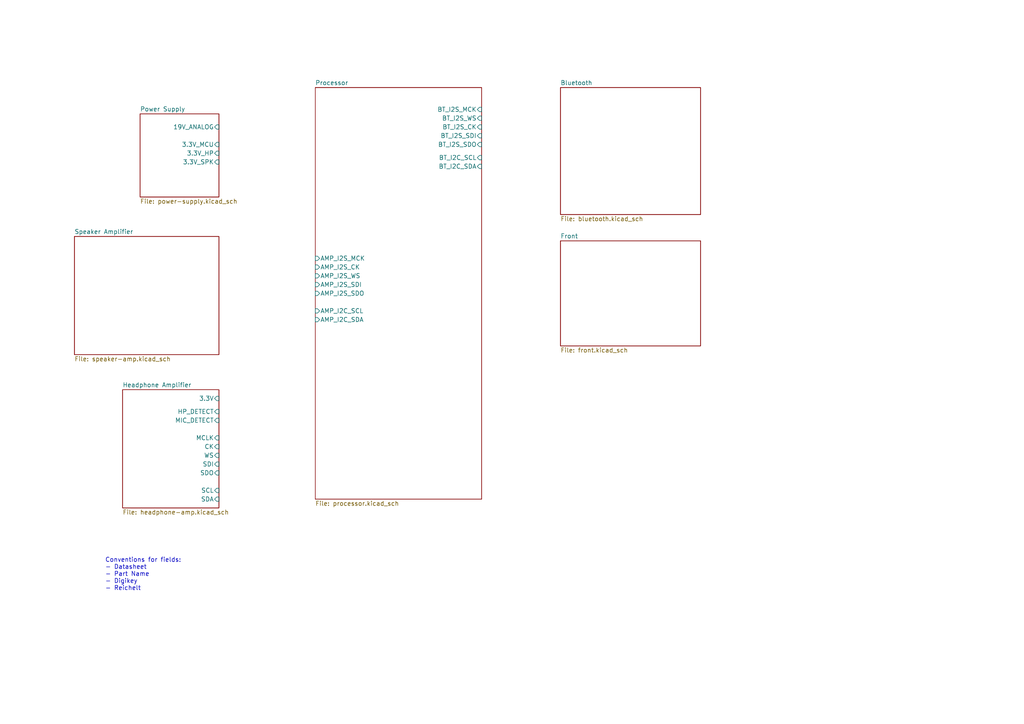
<source format=kicad_sch>
(kicad_sch (version 20201015) (generator eeschema)
  (page 1 7)
  (paper "A4")
  (lib_symbols)
  (text "Conventions for fields:\n- Datasheet\n- Part Name\n- Digikey\n- Reichelt" (at 30.48 171.45 0) (effects (font (size 1.27 1.27)) (justify left bottom)))
  (sheet (at 162.56 25.4) (size 40.64 36.83)
    (property "Schaltplanname" "Bluetooth" (at 162.56 24.7645 0) (effects (justify left bottom)))
    (property "Dateiname Blatt" "bluetooth.kicad_sch" (at 162.56 62.7385 0) (effects (justify left top)))
  )
  (sheet (at 162.56 69.85) (size 40.64 30.48)
    (property "Schaltplanname" "Front" (at 162.56 69.2145 0) (effects (justify left bottom)))
    (property "Dateiname Blatt" "front.kicad_sch" (at 162.56 100.8385 0) (effects (justify left top)))
  )
  (sheet (at 35.56 113.03) (size 27.94 34.29)
    (property "Schaltplanname" "Headphone Amplifier" (at 35.56 112.3945 0) (effects (justify left bottom)))
    (property "Dateiname Blatt" "headphone-amp.kicad_sch" (at 35.56 147.8285 0) (effects (justify left top)))
    (pin "3.3V" input (at 63.5 115.57 0))
    (pin "HP_DETECT" input (at 63.5 119.38 0))
    (pin "MIC_DETECT" input (at 63.5 121.92 0))
    (pin "MCLK" input (at 63.5 127 0))
    (pin "CK" input (at 63.5 129.54 0))
    (pin "WS" input (at 63.5 132.08 0))
    (pin "SDI" input (at 63.5 134.62 0))
    (pin "SDO" input (at 63.5 137.16 0))
    (pin "SCL" input (at 63.5 142.24 0))
    (pin "SDA" input (at 63.5 144.78 0))
  )
  (sheet (at 40.64 33.02) (size 22.86 24.13)
    (property "Schaltplanname" "Power Supply" (at 40.64 32.3845 0) (effects (justify left bottom)))
    (property "Dateiname Blatt" "power-supply.kicad_sch" (at 40.64 57.6585 0) (effects (justify left top)))
    (pin "19V_ANALOG" input (at 63.5 36.83 0))
    (pin "3.3V_MCU" input (at 63.5 41.91 0))
    (pin "3.3V_HP" input (at 63.5 44.45 0))
    (pin "3.3V_SPK" input (at 63.5 46.99 0))
  )
  (sheet (at 91.44 25.4) (size 48.26 119.38)
    (property "Schaltplanname" "Processor" (at 91.44 24.7645 0) (effects (justify left bottom)))
    (property "Dateiname Blatt" "processor.kicad_sch" (at 91.44 145.2885 0) (effects (justify left top)))
    (pin "AMP_I2S_MCK" input (at 91.44 74.93 180))
    (pin "AMP_I2S_CK" input (at 91.44 77.47 180))
    (pin "AMP_I2S_WS" input (at 91.44 80.01 180))
    (pin "AMP_I2S_SDI" input (at 91.44 82.55 180))
    (pin "AMP_I2S_SDO" input (at 91.44 85.09 180))
    (pin "BT_I2S_WS" input (at 139.7 34.29 0))
    (pin "BT_I2S_CK" input (at 139.7 36.83 0))
    (pin "BT_I2S_SDI" input (at 139.7 39.37 0))
    (pin "BT_I2S_SDO" input (at 139.7 41.91 0))
    (pin "BT_I2S_MCK" input (at 139.7 31.75 0))
    (pin "AMP_I2C_SDA" input (at 91.44 92.71 180))
    (pin "AMP_I2C_SCL" input (at 91.44 90.17 180))
    (pin "BT_I2C_SCL" input (at 139.7 45.72 0))
    (pin "BT_I2C_SDA" input (at 139.7 48.26 0))
  )
  (sheet (at 21.59 68.58) (size 41.91 34.29)
    (property "Schaltplanname" "Speaker Amplifier" (at 21.59 67.9445 0) (effects (justify left bottom)))
    (property "Dateiname Blatt" "speaker-amp.kicad_sch" (at 21.59 103.3785 0) (effects (justify left top)))
  )
)
</source>
